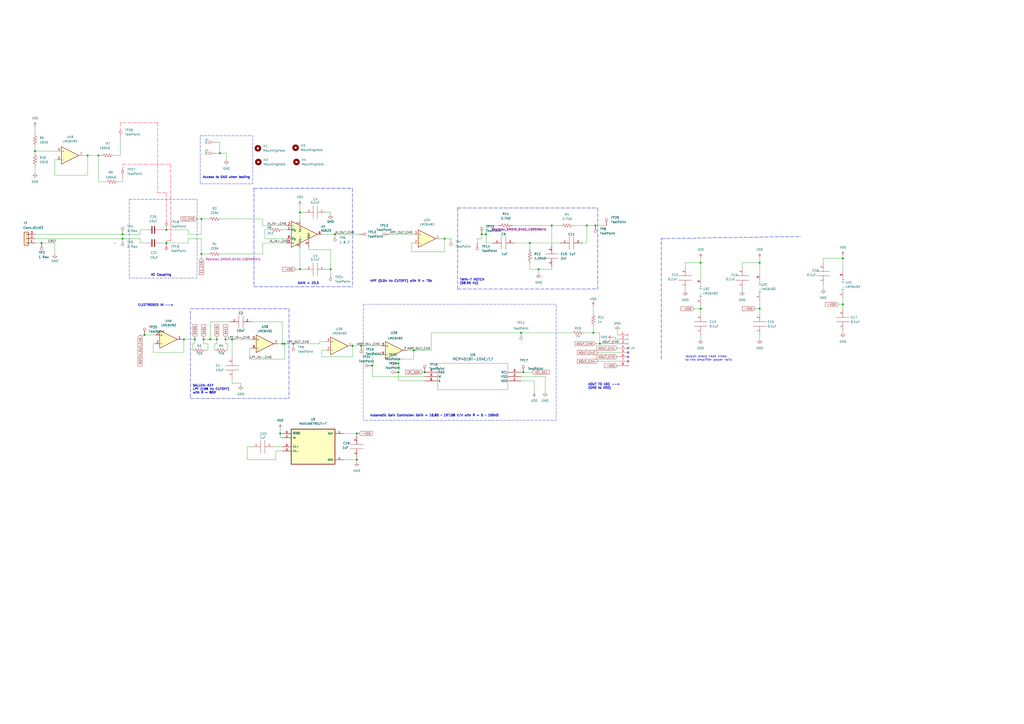
<source format=kicad_sch>
(kicad_sch (version 20231120) (generator "eeschema") (generator_version "8.0")
  (paper "A2")
  (lib_symbols
    (symbol "Amplifier_Instrumentation:AD620" (pin_names (offset 0.127))
      (property "Reference" "U" (at 3.81 7.62 0))
      (property "Value" "AD620" (at 5.08 5.08 0))
      (symbol "AD620_1_1"
        (pin passive line (at -10.16 2.54 0) (length 2.54) (name "Rg") (number "1"))
        (pin input line (at -10.16 5.08 0) (length 2.54) (name "-") (number "2"))
        (pin input line (at -10.16 -5.08 0) (length 2.54) (name "+") (number "3"))
        (pin power_in line (at -2.54 -7.62 90) (length 2.54) (name "Vs-") (number "4"))
        (pin passive line (at 2.54 -7.62 90) (length 5.08) (name "Ref") (number "5"))
        (pin output line (at 10.16 0 180) (length 2.54) (name "~") (number "6"))
        (pin power_in line (at -2.54 7.62 270) (length 2.54) (name "Vs+") (number "7"))
        (pin passive line (at -10.16 -2.54 0) (length 2.54) (name "Rg") (number "8"))
      )
    )
    (symbol "Amplifier_Operational:LMC6482" (pin_names (offset 0.127))
      (property "Reference" "U" (at 0 5.08 0))
      (property "Value" "LMC6482" (at 0 -5.08 0))
      (symbol "LMC6482_1_1"
        (pin output line (at 7.62 0 180) (length 2.54) (name "~") (number "1"))
        (pin input line (at -7.62 -2.54 0) (length 2.54) (name "-") (number "2"))
        (pin input line (at -7.62 2.54 0) (length 2.54) (name "+") (number "3"))
      )
      (symbol "LMC6482_2_1"
        (pin input line (at -7.62 2.54 0) (length 2.54) (name "+") (number "5"))
        (pin input line (at -7.62 -2.54 0) (length 2.54) (name "-") (number "6"))
        (pin output line (at 7.62 0 180) (length 2.54) (name "~") (number "7"))
      )
      (symbol "LMC6482_3_1"
        (pin power_in line (at -2.54 -7.62 90) (length 3.81) (name "V-") (number "4"))
        (pin power_in line (at -2.54 7.62 270) (length 3.81) (name "V+") (number "8"))
      )
    )
    (symbol "Connector:Conn_01x08_Female" (pin_names (offset 1.016) hide)
      (property "Reference" "J" (at 0 10.16 0))
      (property "Value" "Conn_01x08_Female" (at 0 -12.7 0))
      (symbol "Conn_01x08_Female_1_1"
        (pin passive line (at -5.08 7.62 0) (length 3.81) (name "Pin_1") (number "1"))
        (pin passive line (at -5.08 5.08 0) (length 3.81) (name "Pin_2") (number "2"))
        (pin passive line (at -5.08 2.54 0) (length 3.81) (name "Pin_3") (number "3"))
        (pin passive line (at -5.08 0 0) (length 3.81) (name "Pin_4") (number "4"))
        (pin passive line (at -5.08 -2.54 0) (length 3.81) (name "Pin_5") (number "5"))
        (pin passive line (at -5.08 -5.08 0) (length 3.81) (name "Pin_6") (number "6"))
        (pin passive line (at -5.08 -7.62 0) (length 3.81) (name "Pin_7") (number "7"))
        (pin passive line (at -5.08 -10.16 0) (length 3.81) (name "Pin_8") (number "8"))
      )
    )
    (symbol "Connector:TestPoint" (pin_numbers hide) (pin_names (offset 0.762) hide)
      (property "Reference" "TP" (at 0 6.858 0))
      (property "Value" "TestPoint" (at 0 5.08 0))
      (symbol "TestPoint_1_1"
        (pin passive line (at 0 0 90) (length 2.54) (name "1") (number "1"))
      )
    )
    (symbol "Connector_Generic:Conn_01x03" (pin_names (offset 1.016) hide)
      (property "Reference" "J" (at 0 5.08 0))
      (property "Value" "Conn_01x03" (at 0 -5.08 0))
      (symbol "Conn_01x03_1_1"
        (pin passive line (at -5.08 2.54 0) (length 3.81) (name "Pin_1") (number "1"))
        (pin passive line (at -5.08 0 0) (length 3.81) (name "Pin_2") (number "2"))
        (pin passive line (at -5.08 -2.54 0) (length 3.81) (name "Pin_3") (number "3"))
      )
    )
    (symbol "Device:C" (pin_numbers hide) (pin_names (offset 0.254))
      (property "Reference" "C" (at 0.635 2.54 0))
      (property "Value" "C" (at 0.635 -2.54 0))
      (symbol "C_1_1"
        (pin passive line (at 0 3.81 270) (length 2.794) (name "~") (number "1"))
        (pin passive line (at 0 -3.81 90) (length 2.794) (name "~") (number "2"))
      )
    )
    (symbol "Device:R_US" (pin_numbers hide) (pin_names (offset 0))
      (property "Reference" "R" (at 2.54 0 90))
      (property "Value" "R_US" (at -2.54 0 90))
      (symbol "R_US_1_1"
        (pin passive line (at 0 3.81 270) (length 1.27) (name "~") (number "1"))
        (pin passive line (at 0 -3.81 90) (length 1.27) (name "~") (number "2"))
      )
    )
    (symbol "GND_1" (power) (pin_numbers hide) (pin_names (offset 0) hide)
      (property "Value" "GND" (at 0 -3.81 0))
      (symbol "GND_1_1_1"
        (pin power_in line (at 0 0 270) (length 0) (name "~") (number "1"))
      )
    )
    (symbol "GND_2" (power) (pin_numbers hide) (pin_names (offset 0) hide)
      (property "Value" "GND" (at 0 -3.81 0))
      (symbol "GND_2_1_1"
        (pin power_in line (at 0 0 270) (length 0) (name "~") (number "1"))
      )
    )
    (symbol "MAX1697REUT_T:MAX1697REUT+T" (pin_names (offset 1.016))
      (property "Reference" "U" (at -12.7 11.16 0))
      (property "Value" "MAX1697REUT+T" (at -12.7 -14.16 0))
      (symbol "MAX1697REUT+T_0_0"
        (pin output line (at 17.78 7.62 180) (length 5.08) (name "OUT") (number "1"))
        (pin input line (at -17.78 5.08 0) (length 5.08) (name "IN") (number "2"))
        (pin bidirectional line (at -17.78 -2.54 0) (length 5.08) (name "C1-") (number "3"))
        (pin power_in line (at 17.78 -7.62 180) (length 5.08) (name "GND") (number "4"))
        (pin input line (at -17.78 7.62 0) (length 5.08) (name "~{SHDN}") (number "5"))
        (pin bidirectional line (at -17.78 0 0) (length 5.08) (name "C1+") (number "6"))
      )
    )
    (symbol "MCP4018T-104E/LT:MCP4018T-104E_LT" (pin_names (offset 0.254))
      (property "Reference" "U" (at 27.94 10.16 0))
      (property "Value" "MCP4018T-104E/LT" (at 27.94 7.62 0))
      (symbol "MCP4018T-104E_LT_0_1"
        (pin power_in line (at 0 0 0) (length 7.62) (name "VDD") (number "1"))
        (pin power_in line (at 0 -2.54 0) (length 7.62) (name "VSS") (number "2"))
        (pin bidirectional line (at 0 -5.08 0) (length 7.62) (name "SCL") (number "3"))
        (pin bidirectional line (at 55.88 -5.08 180) (length 7.62) (name "SDA") (number "4"))
        (pin bidirectional line (at 55.88 -2.54 180) (length 7.62) (name "W") (number "5"))
        (pin bidirectional line (at 55.88 0 180) (length 7.62) (name "A") (number "6"))
      )
    )
    (symbol "Mechanical:MountingHole" (pin_names (offset 1.016))
      (property "Reference" "H" (at 0 5.08 0))
      (property "Value" "MountingHole" (at 0 3.175 0))
    )
    (symbol "VDD_1" (power) (pin_numbers hide) (pin_names (offset 0) hide)
      (property "Value" "VDD" (at 0 3.556 0))
      (symbol "VDD_1_1_1"
        (pin power_in line (at 0 0 90) (length 0) (name "~") (number "1"))
      )
    )
    (symbol "VDD_2" (power) (pin_numbers hide) (pin_names (offset 0) hide)
      (property "Value" "VDD" (at 0 3.556 0))
      (symbol "VDD_2_1_1"
        (pin power_in line (at 0 0 90) (length 0) (name "~") (number "1"))
      )
    )
    (symbol "power:GND" (power) (pin_names (offset 0))
      (property "Value" "GND" (at 0 -3.81 0))
      (symbol "GND_1_1"
        (pin power_in line (at 0 0 270) (length 0) hide (name "GND") (number "1"))
      )
    )
    (symbol "power:VDD" (power) (pin_names (offset 0))
      (property "Value" "VDD" (at 0 3.81 0))
      (symbol "VDD_1_1"
        (pin power_in line (at 0 0 90) (length 0) hide (name "VDD") (number "1"))
      )
    )
    (symbol "pspice:C" (pin_names (offset 0.254))
      (property "Reference" "C" (at 2.54 3.81 90))
      (property "Value" "C" (at 2.54 -3.81 90))
      (symbol "C_1_1"
        (pin passive line (at 0 6.35 270) (length 5.08) (name "~") (number "1"))
        (pin passive line (at 0 -6.35 90) (length 5.08) (name "~") (number "2"))
      )
    )
  )
  (junction (at 50.8 90.17))
  (junction (at 20.32 87.63))
  (junction (at 57.15 90.17))
  (junction (at 116.84 127))
  (junction (at 170.18 199.39))
  (junction (at 204.47 200.66))
  (junction (at 312.42 156.21))
  (junction (at 209.55 200.66))
  (junction (at 281.94 135.89))
  (junction (at 406.4 152.4))
  (junction (at 163.83 199.39))
  (junction (at 347.98 199.39))
  (junction (at 127.5334 88.9))
  (junction (at 340.36 130.81))
  (junction (at 488.95 176.53))
  (junction (at 488.95 149.86))
  (junction (at 130.81 196.85))
  (junction (at 257.81 138.43))
  (junction (at 320.04 130.81))
  (junction (at 440.69 179.07))
  (junction (at 173.99 156.21))
  (junction (at 116.84 147.32))
  (junction (at 240.03 203.2))
  (junction (at 303.53 215.9))
  (junction (at 162.56 251.46))
  (junction (at 134.62 196.85))
  (junction (at 231.14 210.82))
  (junction (at 96.52 133.35))
  (junction (at 246.38 215.9))
  (junction (at 113.03 196.85))
  (junction (at 440.69 152.4))
  (junction (at 165.1 199.39))
  (junction (at 191.77 156.21))
  (junction (at 125.73 196.85))
  (junction (at 345.44 130.81))
  (junction (at 24.13 140.97))
  (junction (at 83.82 194.31))
  (junction (at 207.01 251.46))
  (junction (at 215.9 212.09))
  (junction (at 71.12 135.89))
  (junction (at 106.68 196.85))
  (junction (at 344.17 193.04))
  (junction (at 118.11 196.85))
  (junction (at 207.01 266.7))
  (junction (at 279.4 135.89))
  (junction (at 302.26 193.04))
  (junction (at 96.52 140.97))
  (junction (at 121.92 196.85))
  (junction (at 194.31 135.89))
  (junction (at 307.34 140.97))
  (junction (at 173.99 123.19))
  (junction (at 231.14 215.9))
  (junction (at 71.12 138.43))
  (junction (at 406.4 179.07))
  (no_connect (at 364.49 204.47))
  (no_connect (at 364.49 209.55))
  (no_connect (at 364.49 201.93))
  (no_connect (at 364.49 207.01))
  (wire (pts (xy 488.95 191.77) (xy 488.95 193.04)))
  (wire (pts (xy 194.31 135.89) (xy 208.28 135.89)))
  (wire (pts (xy 116.84 147.32) (xy 120.65 147.32)))
  (wire (pts (xy 165.1 199.39) (xy 170.18 199.39)))
  (wire (pts (xy 332.74 130.81) (xy 340.36 130.81)))
  (polyline (pts (xy 66.04 140.97) (xy 67.31 140.97)))
  (wire (pts (xy 163.83 186.69) (xy 163.83 199.39)))
  (wire (pts (xy 153.67 138.43) (xy 166.37 138.43)))
  (wire (pts (xy 139.7 222.25) (xy 139.7 223.52)))
  (wire (pts (xy 179.07 143.51) (xy 179.07 144.78)))
  (wire (pts (xy 116.84 127) (xy 120.65 127)))
  (wire (pts (xy 109.22 133.35) (xy 109.22 135.89)))
  (wire (pts (xy 215.9 212.09) (xy 215.9 205.74)))
  (wire (pts (xy 111.76 203.2) (xy 111.76 199.39)))
  (wire (pts (xy 20.32 140.97) (xy 24.13 140.97)))
  (wire (pts (xy 186.69 203.2) (xy 186.69 207.01)))
  (wire (pts (xy 163.83 199.39) (xy 165.1 199.39)))
  (wire (pts (xy 346.71 204.47) (xy 359.41 204.47)))
  (wire (pts (xy 131.3434 92.71) (xy 131.3434 88.9)))
  (wire (pts (xy 246.38 218.44) (xy 215.9 218.44)))
  (polyline (pts (xy 69.85 71.12) (xy 69.85 76.2)) (stroke (width 0.2032) (type dash) (color 255 36 63 1)))
  (wire (pts (xy 240.03 208.28) (xy 240.03 203.2)))
  (wire (pts (xy 124.46 199.39) (xy 124.46 203.2)))
  (wire (pts (xy 121.92 186.69) (xy 133.35 186.69)))
  (wire (pts (xy 171.45 156.21) (xy 173.99 156.21)))
  (wire (pts (xy 358.14 207.01) (xy 359.41 207.01)))
  (wire (pts (xy 307.34 156.21) (xy 312.42 156.21)))
  (wire (pts (xy 207.01 251.46) (xy 207.01 252.73)))
  (wire (pts (xy 204.47 200.66) (xy 204.47 207.01)))
  (polyline (pts (xy 167.64 179.07) (xy 167.64 231.14)) (stroke (width 0.2) (type dash)))
  (wire (pts (xy 279.4 135.89) (xy 281.94 135.89)))
  (polyline (pts (xy 265.43 120.65) (xy 346.71 120.65)) (stroke (width 0.2) (type dash)))
  (wire (pts (xy 143.51 259.08) (xy 143.51 266.7)))
  (wire (pts (xy 81.28 135.89) (xy 81.28 133.35)))
  (wire (pts (xy 130.81 195.58) (xy 130.81 196.85)))
  (wire (pts (xy 88.9 204.47) (xy 106.68 204.47)))
  (wire (pts (xy 118.11 196.85) (xy 121.92 196.85)))
  (wire (pts (xy 132.08 203.2) (xy 132.08 199.39)))
  (wire (pts (xy 50.8 101.6) (xy 50.8 90.17)))
  (wire (pts (xy 109.22 138.43) (xy 116.84 138.43)))
  (wire (pts (xy 238.76 146.05) (xy 257.81 146.05)))
  (wire (pts (xy 134.62 196.85) (xy 146.05 196.85)))
  (wire (pts (xy 246.38 215.9) (xy 245.11 215.9)))
  (wire (pts (xy 397.51 152.4) (xy 406.4 152.4)))
  (wire (pts (xy 226.06 135.89) (xy 240.03 135.89)))
  (wire (pts (xy 240.03 140.97) (xy 238.76 140.97)))
  (polyline (pts (xy 71.12 99.06) (xy 71.12 95.25)) (stroke (width 0.2032) (type dash) (color 255 36 63 1)))
  (wire (pts (xy 340.36 140.97) (xy 340.36 130.81)))
  (wire (pts (xy 81.28 133.35) (xy 85.09 133.35)))
  (wire (pts (xy 111.76 199.39) (xy 113.03 199.39)))
  (wire (pts (xy 488.95 179.07) (xy 488.95 176.53)))
  (polyline (pts (xy 91.44 71.12) (xy 91.44 111.76)) (stroke (width 0.2032) (type dash) (color 255 36 63 1)))
  (polyline (pts (xy 147.32 109.22) (xy 204.47 109.22)) (stroke (width 0.2) (type dash)))
  (wire (pts (xy 116.84 127) (xy 116.84 135.89)))
  (polyline (pts (xy 83.82 95.25) (xy 99.06 95.25)) (stroke (width 0.2032) (type dash) (color 255 36 63 1)))
  (wire (pts (xy 124.9934 82.55) (xy 127.5334 82.55)))
  (wire (pts (xy 81.28 140.97) (xy 85.09 140.97)))
  (wire (pts (xy 345.44 199.39) (xy 347.98 199.39)))
  (wire (pts (xy 231.14 210.82) (xy 231.14 208.28)))
  (wire (pts (xy 246.38 220.98) (xy 231.14 220.98)))
  (wire (pts (xy 96.52 133.35) (xy 109.22 133.35)))
  (wire (pts (xy 113.03 199.39) (xy 113.03 196.85)))
  (wire (pts (xy 120.65 203.2) (xy 120.65 199.39)))
  (wire (pts (xy 134.62 196.85) (xy 134.62 207.01)))
  (wire (pts (xy 307.34 140.97) (xy 325.12 140.97)))
  (polyline (pts (xy 110.49 179.07) (xy 167.64 179.07)) (stroke (width 0.2) (type dash)))
  (wire (pts (xy 71.12 138.43) (xy 81.28 138.43)))
  (wire (pts (xy 127.5334 88.9) (xy 124.9934 88.9)))
  (wire (pts (xy 406.4 149.86) (xy 406.4 152.4)))
  (wire (pts (xy 33.02 92.71) (xy 31.75 92.71)))
  (wire (pts (xy 109.22 135.89) (xy 116.84 135.89)))
  (wire (pts (xy 358.14 201.93) (xy 359.41 201.93)))
  (wire (pts (xy 109.22 140.97) (xy 109.22 138.43)))
  (wire (pts (xy 158.75 259.08) (xy 163.83 259.08)))
  (wire (pts (xy 312.42 156.21) (xy 320.04 156.21)))
  (wire (pts (xy 130.81 196.85) (xy 130.81 199.39)))
  (wire (pts (xy 173.99 123.19) (xy 176.53 123.19)))
  (wire (pts (xy 152.4 147.32) (xy 152.4 140.97)))
  (wire (pts (xy 302.26 218.44) (xy 316.23 218.44)))
  (wire (pts (xy 152.4 130.81) (xy 166.37 130.81)))
  (wire (pts (xy 344.17 177.8) (xy 344.17 181.61)))
  (polyline (pts (xy 96.52 139.7) (xy 96.52 144.78)) (stroke (width 0.2032) (type dash) (color 255 36 63 1)))
  (wire (pts (xy 127.5334 82.55) (xy 127.5334 88.9)))
  (wire (pts (xy 134.62 219.71) (xy 134.62 222.25)))
  (wire (pts (xy 307.34 140.97) (xy 307.34 144.78)))
  (wire (pts (xy 125.73 199.39) (xy 125.73 196.85)))
  (wire (pts (xy 50.8 90.17) (xy 57.15 90.17)))
  (polyline (pts (xy 147.32 109.22) (xy 147.32 166.37)) (stroke (width 0.2) (type dash)))
  (wire (pts (xy 307.34 152.4) (xy 307.34 156.21)))
  (wire (pts (xy 438.15 179.07) (xy 440.69 179.07)))
  (wire (pts (xy 204.47 200.66) (xy 209.55 200.66)))
  (wire (pts (xy 83.82 194.31) (xy 90.17 194.31)))
  (wire (pts (xy 257.81 138.43) (xy 261.62 138.43)))
  (wire (pts (xy 199.39 266.7) (xy 207.01 266.7)))
  (polyline (pts (xy 96.52 129.54) (xy 96.52 111.76)) (stroke (width 0.2032) (type dash) (color 255 36 63 1)))
  (wire (pts (xy 231.14 215.9) (xy 231.14 210.82)))
  (wire (pts (xy 20.32 138.43) (xy 71.12 138.43)))
  (polyline (pts (xy 383.54 138.43) (xy 464.82 137.16)) (stroke (width 0.2) (type dash)))
  (wire (pts (xy 358.14 194.31) (xy 359.41 194.31)))
  (wire (pts (xy 81.28 194.31) (xy 83.82 194.31)))
  (wire (pts (xy 285.75 140.97) (xy 281.94 140.97)))
  (polyline (pts (xy 99.06 95.25) (xy 99.06 139.7)) (stroke (width 0.2032) (type dash) (color 255 36 63 1)))
  (wire (pts (xy 57.15 90.17) (xy 57.15 105.41)))
  (wire (pts (xy 105.41 196.85) (xy 106.68 196.85)))
  (polyline (pts (xy 147.32 166.37) (xy 204.47 166.37)) (stroke (width 0.2) (type dash)))
  (wire (pts (xy 309.88 220.98) (xy 309.88 227.33)))
  (polyline (pts (xy 110.49 180.34) (xy 110.49 231.14)) (stroke (width 0.2) (type dash)))
  (wire (pts (xy 162.56 248.92) (xy 162.56 251.46)))
  (wire (pts (xy 50.8 90.17) (xy 48.26 90.17)))
  (wire (pts (xy 320.04 130.81) (xy 320.04 142.24)))
  (wire (pts (xy 20.32 87.63) (xy 33.02 87.63)))
  (wire (pts (xy 69.85 80.01) (xy 69.85 90.17)))
  (wire (pts (xy 440.69 194.31) (xy 440.69 196.85)))
  (wire (pts (xy 146.05 259.08) (xy 143.51 259.08)))
  (wire (pts (xy 92.71 140.97) (xy 96.52 140.97)))
  (wire (pts (xy 152.4 140.97) (xy 166.37 140.97)))
  (wire (pts (xy 161.29 199.39) (xy 163.83 199.39)))
  (wire (pts (xy 130.81 196.85) (xy 134.62 196.85)))
  (wire (pts (xy 20.32 87.63) (xy 20.32 88.9)))
  (wire (pts (xy 144.78 208.28) (xy 144.78 201.93)))
  (wire (pts (xy 320.04 130.81) (xy 325.12 130.81)))
  (wire (pts (xy 128.27 127) (xy 152.4 127)))
  (wire (pts (xy 128.27 147.32) (xy 152.4 147.32)))
  (wire (pts (xy 163.83 254) (xy 162.56 254)))
  (polyline (pts (xy 99.06 139.7) (xy 96.52 139.7)) (stroke (width 0.2032) (type dash) (color 255 36 63 1)))
  (wire (pts (xy 302.26 193.04) (xy 331.47 193.04)))
  (wire (pts (xy 236.22 203.2) (xy 240.03 203.2)))
  (wire (pts (xy 359.41 196.85) (xy 356.87 196.85)))
  (wire (pts (xy 121.92 196.85) (xy 125.73 196.85)))
  (wire (pts (xy 298.45 140.97) (xy 307.34 140.97)))
  (wire (pts (xy 191.77 123.19) (xy 191.77 124.46)))
  (wire (pts (xy 257.81 138.43) (xy 255.27 138.43)))
  (wire (pts (xy 430.53 152.4) (xy 440.69 152.4)))
  (polyline (pts (xy 383.54 208.28) (xy 383.54 138.43)) (stroke (width 0.2) (type dash)))
  (wire (pts (xy 165.1 208.28) (xy 165.1 199.39)))
  (wire (pts (xy 71.12 102.87) (xy 71.12 105.41)))
  (wire (pts (xy 125.73 195.58) (xy 125.73 196.85)))
  (wire (pts (xy 191.77 144.78) (xy 191.77 156.21)))
  (wire (pts (xy 173.99 143.51) (xy 173.99 156.21)))
  (wire (pts (xy 486.41 176.53) (xy 488.95 176.53)))
  (wire (pts (xy 406.4 152.4) (xy 406.4 161.29)))
  (wire (pts (xy 440.69 149.86) (xy 440.69 152.4)))
  (wire (pts (xy 312.42 156.21) (xy 312.42 158.75)))
  (wire (pts (xy 337.82 140.97) (xy 340.36 140.97)))
  (wire (pts (xy 339.09 193.04) (xy 344.17 193.04)))
  (wire (pts (xy 116.84 147.32) (xy 116.84 149.86)))
  (wire (pts (xy 96.52 140.97) (xy 109.22 140.97)))
  (wire (pts (xy 119.38 203.2) (xy 120.65 203.2)))
  (wire (pts (xy 358.14 191.77) (xy 358.14 194.31)))
  (wire (pts (xy 345.44 130.81) (xy 351.79 130.81)))
  (wire (pts (xy 347.98 193.04) (xy 347.98 199.39)))
  (wire (pts (xy 477.52 149.86) (xy 488.95 149.86)))
  (wire (pts (xy 156.21 133.35) (xy 153.67 133.35)))
  (wire (pts (xy 163.83 251.46) (xy 162.56 251.46)))
  (wire (pts (xy 302.26 215.9) (xy 303.53 215.9)))
  (wire (pts (xy 88.9 199.39) (xy 88.9 204.47)))
  (wire (pts (xy 207.01 251.46) (xy 208.28 251.46)))
  (wire (pts (xy 356.87 195.58) (xy 356.87 196.85)))
  (wire (pts (xy 397.51 154.94) (xy 397.51 152.4)))
  (wire (pts (xy 279.4 138.43) (xy 279.4 135.89)))
  (wire (pts (xy 488.95 148.59) (xy 488.95 149.86)))
  (wire (pts (xy 189.23 156.21) (xy 191.77 156.21)))
  (wire (pts (xy 81.28 138.43) (xy 81.28 140.97)))
  (polyline (pts (xy 265.43 167.64) (xy 346.71 167.64)) (stroke (width 0.2) (type dash)))
  (wire (pts (xy 68.58 105.41) (xy 71.12 105.41)))
  (polyline (pts (xy 346.71 120.65) (xy 346.71 167.64)) (stroke (width 0.2) (type dash)))
  (wire (pts (xy 132.08 199.39) (xy 130.81 199.39)))
  (wire (pts (xy 121.92 186.69) (xy 121.92 196.85)))
  (wire (pts (xy 92.71 133.35) (xy 96.52 133.35)))
  (wire (pts (xy 143.51 266.7) (xy 160.02 266.7)))
  (wire (pts (xy 199.39 251.46) (xy 207.01 251.46)))
  (wire (pts (xy 144.78 201.93) (xy 146.05 201.93)))
  (wire (pts (xy 131.3434 88.9) (xy 127.5334 88.9)))
  (wire (pts (xy 57.15 90.17) (xy 58.42 90.17)))
  (wire (pts (xy 173.99 123.19) (xy 173.99 128.27)))
  (wire (pts (xy 31.75 140.97) (xy 31.75 147.32)))
  (wire (pts (xy 189.23 203.2) (xy 186.69 203.2)))
  (wire (pts (xy 430.53 167.64) (xy 430.53 168.91)))
  (wire (pts (xy 134.62 222.25) (xy 139.7 222.25)))
  (wire (pts (xy 344.17 193.04) (xy 344.17 189.23)))
  (wire (pts (xy 207.01 266.7) (xy 207.01 267.97)))
  (wire (pts (xy 257.81 146.05) (xy 257.81 138.43)))
  (wire (pts (xy 276.86 138.43) (xy 276.86 140.97)))
  (wire (pts (xy 302.26 220.98) (xy 309.88 220.98)))
  (wire (pts (xy 215.9 218.44) (xy 215.9 212.09)))
  (wire (pts (xy 204.47 199.39) (xy 204.47 200.66)))
  (wire (pts (xy 116.84 138.43) (xy 116.84 147.32)))
  (wire (pts (xy 320.04 156.21) (xy 320.04 154.94)))
  (polyline (pts (xy 265.43 120.65) (xy 265.43 167.64)) (stroke (width 0.2) (type dash)))
  (wire (pts (xy 240.03 203.2) (xy 250.19 203.2)))
  (wire (pts (xy 144.78 208.28) (xy 165.1 208.28)))
  (wire (pts (xy 238.76 140.97) (xy 238.76 146.05)))
  (wire (pts (xy 186.69 207.01) (xy 204.47 207.01)))
  (wire (pts (xy 173.99 119.38) (xy 173.99 123.19)))
  (wire (pts (xy 477.52 165.1) (xy 477.52 167.64)))
  (wire (pts (xy 191.77 156.21) (xy 191.77 158.75)))
  (wire (pts (xy 118.11 196.85) (xy 118.11 199.39)))
  (wire (pts (xy 31.75 101.6) (xy 50.8 101.6)))
  (wire (pts (xy 118.11 195.58) (xy 118.11 196.85)))
  (wire (pts (xy 106.68 196.85) (xy 113.03 196.85)))
  (wire (pts (xy 209.55 200.66) (xy 220.98 200.66)))
  (wire (pts (xy 406.4 194.31) (xy 406.4 196.85)))
  (wire (pts (xy 488.95 149.86) (xy 488.95 157.48)))
  (wire (pts (xy 120.65 199.39) (xy 118.11 199.39)))
  (wire (pts (xy 31.75 92.71) (xy 31.75 101.6)))
  (wire (pts (xy 231.14 208.28) (xy 240.03 208.28)))
  (wire (pts (xy 185.42 198.12) (xy 189.23 198.12)))
  (wire (pts (xy 71.12 135.89) (xy 81.28 135.89)))
  (wire (pts (xy 281.94 130.81) (xy 281.94 135.89)))
  (wire (pts (xy 173.99 156.21) (xy 176.53 156.21)))
  (wire (pts (xy 185.42 199.39) (xy 185.42 198.12)))
  (wire (pts (xy 153.67 133.35) (xy 153.67 138.43)))
  (wire (pts (xy 430.53 154.94) (xy 430.53 152.4)))
  (wire (pts (xy 160.02 266.7) (xy 160.02 261.62)))
  (wire (pts (xy 20.32 85.09) (xy 20.32 87.63)))
  (wire (pts (xy 114.3 127) (xy 116.84 127)))
  (wire (pts (xy 281.94 135.89) (xy 281.94 140.97)))
  (wire (pts (xy 215.9 205.74) (xy 220.98 205.74)))
  (wire (pts (xy 24.13 140.97) (xy 31.75 140.97)))
  (polyline (pts (xy 96.52 111.76) (xy 91.44 111.76)) (stroke (width 0.2032) (type dash) (color 255 36 63 1)))
  (wire (pts (xy 297.18 130.81) (xy 320.04 130.81)))
  (wire (pts (xy 477.52 152.4) (xy 477.52 149.86)))
  (wire (pts (xy 344.17 193.04) (xy 347.98 193.04)))
  (wire (pts (xy 440.69 152.4) (xy 440.69 158.75)))
  (wire (pts (xy 316.23 218.44) (xy 316.23 227.33)))
  (polyline (pts (xy 204.47 109.22) (xy 204.47 166.37)) (stroke (width 0.2) (type dash)))
  (wire (pts (xy 406.4 176.53) (xy 406.4 179.07)))
  (wire (pts (xy 440.69 173.99) (xy 440.69 179.07)))
  (wire (pts (xy 279.4 138.43) (xy 276.86 138.43)))
  (wire (pts (xy 57.15 105.41) (xy 60.96 105.41)))
  (polyline (pts (xy 110.49 231.14) (xy 167.64 231.14)) (stroke (width 0.2) (type dash)))
  (wire (pts (xy 440.69 179.07) (xy 440.69 181.61)))
  (wire (pts (xy 406.4 179.07) (xy 406.4 181.61)))
  (wire (pts (xy 346.71 209.55) (xy 359.41 209.55)))
  (wire (pts (xy 106.68 204.47) (xy 106.68 196.85)))
  (wire (pts (xy 20.32 135.89) (xy 71.12 135.89)))
  (wire (pts (xy 359.41 199.39) (xy 347.98 199.39)))
  (wire (pts (xy 250.19 193.04) (xy 250.19 203.2)))
  (wire (pts (xy 488.95 172.72) (xy 488.95 176.53)))
  (wire (pts (xy 90.17 199.39) (xy 88.9 199.39)))
  (wire (pts (xy 356.87 195.58) (xy 355.6 195.58)))
  (wire (pts (xy 162.56 254) (xy 162.56 251.46)))
  (wire (pts (xy 113.03 195.58) (xy 113.03 196.85)))
  (wire (pts (xy 231.14 220.98) (xy 231.14 215.9)))
  (wire (pts (xy 207.01 266.7) (xy 207.01 265.43)))
  (wire (pts (xy 186.69 135.89) (xy 194.31 135.89)))
  (wire (pts (xy 125.73 199.39) (xy 124.46 199.39)))
  (wire (pts (xy 146.05 186.69) (xy 163.83 186.69)))
  (wire (pts (xy 402.59 179.07) (xy 406.4 179.07)))
  (polyline (pts (xy 71.12 95.25) (xy 83.82 95.25)) (stroke (width 0.2032) (type dash) (color 255 36 63 1)))
  (wire (pts (xy 20.32 77.47) (xy 20.32 73.66)))
  (wire (pts (xy 397.51 167.64) (xy 397.51 168.91)))
  (wire (pts (xy 170.18 199.39) (xy 185.42 199.39)))
  (polyline (pts (xy 91.44 71.12) (xy 69.85 71.12)) (stroke (width 0.2032) (type dash) (color 255 36 63 1)))
  (wire (pts (xy 179.07 144.78) (xy 191.77 144.78)))
  (wire (pts (xy 152.4 127) (xy 152.4 130.81)))
  (wire (pts (xy 66.04 90.17) (xy 69.85 90.17)))
  (wire (pts (xy 250.19 193.04) (xy 302.26 193.04)))
  (wire (pts (xy 160.02 261.62) (xy 163.83 261.62)))
  (wire (pts (xy 281.94 130.81) (xy 289.56 130.81)))
  (wire (pts (xy 189.23 123.19) (xy 191.77 123.19)))
  (wire (pts (xy 303.53 215.9) (xy 308.61 215.9)))
  (wire (pts (xy 358.14 212.09) (xy 359.41 212.09)))
  (wire (pts (xy 163.83 133.35) (xy 166.37 133.35)))
  (wire (pts (xy 20.32 96.52) (xy 20.32 100.33)))
  (wire (pts (xy 340.36 130.81) (xy 345.44 130.81)))
  (rectangle (start 210.82 176.53) (end 322.58 243.84) (stroke (width 0) (type dash)))
  (rectangle (start 116.1034 78.74) (end 146.5834 106.68) (stroke (width 0) (type dash)))
  (rectangle (start 74.93 115.57) (end 114.3 161.29) (stroke (width 0) (type dash)))
  (text "GAIN = 23.5" (at 172.72 165.1 0) (effects (font (size 1.27 1.27) (thickness 0.254) (bold yes)) (justify left bottom)))
  (text "TWIN-T NOTCH\n(58.95 Hz)" (at 266.7 165.1 0) (effects (font (size 1.27 1.27) (thickness 0.254) (bold yes)) (justify left bottom)))
  (text "layout: place caps close \nto the amplifier power rails" (at 397.51 209.55 0) (effects (font (size 1.27 1.27)) (justify left bottom)))
  (text "AC Coupling\n" (at 93.472 159.512 0) (effects (font (size 1.27 1.27) (thickness 0.254) (bold yes))))
  (text "HPF (0.04 Hz CUTOFF) with R = 75k" (at 214.63 163.83 0) (effects (font (size 1.27 1.27) (thickness 0.254) (bold yes)) (justify left bottom)))
  (text "Automatic Gain Controller: GAIN = 10.80 ~ 197.08 V/V with R = 5 ~ 100kΩ" (at 214.63 241.808 0) (effects (font (size 1.27 1.27) (thickness 0.254) (bold yes)) (justify left bottom)))
  (text "Access to GND when testing\n" (at 131.3434 102.87 0) (effects (font (size 1.27 1.27) (thickness 0.254) (bold yes))))
  (text "SALLEN-KEY\nLPF (198 Hz CUTOFF)\nwith R = 80R" (at 111.76 228.6 0) (effects (font (size 1.27 1.27) (thickness 0.254) (bold yes)) (justify left bottom)))
  (text "ELECTRODES IN -->" (at 80.01 177.8 0) (effects (font (size 1.27 1.27) (thickness 0.254) (bold yes)) (justify left bottom)))
  (text "AOUT TO ADC -->\n(GND to VDD)" (at 341.122 225.806 0) (effects (font (size 1.27 1.27) (thickness 0.254) (bold yes)) (justify left bottom)))
  (label "AOUT_CH0" (at 349.25 199.39 0))
  (label "LPF_OUT_CH0" (at 166.37 199.39 0))
  (label "EREF" (at 27.94 140.97 0))
  (label "IA_OUT_CH0" (at 194.31 135.89 0))
  (label "HPF_OUT_CH0" (at 226.06 135.89 0))
  (label "IA_IN-_CH0" (at 154.94 130.81 0))
  (label "LPF_IN+_CH0" (at 132.08 196.85 0))
  (label "IA_IN+_CH0" (at 156.21 140.97 0))
  (label "LPF_IN-_CH0" (at 144.78 208.28 0))
  (label "AMP_IN+_CH0" (at 207.01 200.66 0))
  (label "AMP_OUT_CH0" (at 236.22 203.2 0))
  (global_label "SK10" (shape input) (at 125.73 195.58 90) (property "Intersheetrefs" "${INTERSHEET_REFS}" (effects (hide yes))))
  (global_label "AOUT_CH3" (shape input) (at 358.14 207.01 180) (property "Intersheetrefs" "${INTERSHEET_REFS}" (effects (hide yes))))
  (global_label "NOTCH_OUT_CH0" (shape input) (at 81.28 194.31 270) (property "Intersheetrefs" "${INTERSHEET_REFS}" (effects (hide yes))))
  (global_label "-VDD" (shape input) (at 402.59 179.07 180) (property "Intersheetrefs" "${INTERSHEET_REFS}" (effects (hide yes))))
  (global_label "E1_CH0" (shape input) (at 116.84 149.86 270) (property "Intersheetrefs" "${INTERSHEET_REFS}" (effects (hide yes))))
  (global_label "-VDD" (shape input) (at 358.14 212.09 180) (property "Intersheetrefs" "${INTERSHEET_REFS}" (effects (hide yes))))
  (global_label "-VDD" (shape input) (at 486.41 176.53 180) (property "Intersheetrefs" "${INTERSHEET_REFS}" (effects (hide yes))))
  (global_label "-VDD" (shape input) (at 208.28 251.46 0) (property "Intersheetrefs" "${INTERSHEET_REFS}" (effects (hide yes))))
  (global_label "AOUT_CH4" (shape input) (at 346.71 209.55 180) (property "Intersheetrefs" "${INTERSHEET_REFS}" (effects (hide yes))))
  (global_label "E2_CH0" (shape input) (at 114.3 127 180) (property "Intersheetrefs" "${INTERSHEET_REFS}" (effects (hide yes))))
  (global_label "I2C_SDA" (shape input) (at 245.11 215.9 180) (property "Intersheetrefs" "${INTERSHEET_REFS}" (effects (hide yes))))
  (global_label "I2C_SCL" (shape input) (at 308.61 215.9 0) (property "Intersheetrefs" "${INTERSHEET_REFS}" (effects (hide yes))))
  (global_label "-VDD" (shape input) (at 438.15 179.07 180) (property "Intersheetrefs" "${INTERSHEET_REFS}" (effects (hide yes))))
  (global_label "SK11" (shape input) (at 130.81 195.58 90) (property "Intersheetrefs" "${INTERSHEET_REFS}" (effects (hide yes))))
  (global_label "SK00" (shape input) (at 113.03 195.58 90) (property "Intersheetrefs" "${INTERSHEET_REFS}" (effects (hide yes))))
  (global_label "AOUT_CH2" (shape input) (at 346.71 204.47 180) (property "Intersheetrefs" "${INTERSHEET_REFS}" (effects (hide yes))))
  (global_label "SK01" (shape input) (at 118.11 195.58 90) (property "Intersheetrefs" "${INTERSHEET_REFS}" (effects (hide yes))))
  (global_label "-VDD" (shape input) (at 171.45 156.21 180) (property "Intersheetrefs" "${INTERSHEET_REFS}" (effects (hide yes))))
  (global_label "AOUT_CH0" (shape input) (at 345.44 199.39 180) (property "Intersheetrefs" "${INTERSHEET_REFS}" (effects (hide yes))))
  (global_label "AOUT_CH1" (shape input) (at 358.14 201.93 180) (property "Intersheetrefs" "${INTERSHEET_REFS}" (effects (hide yes))))
  (symbol (lib_id "pspice:C") (at 182.88 123.19 270) (unit 1)
    (property "Reference" "C4" (at 182.88 115.57 90))
    (property "Value" "0.1uF" (at 182.88 117.475 90))
    (property "Footprint" "Capacitor_SMD:C_0402_1005Metric" (effects (hide yes)))
  )
  (symbol (lib_id "Connector:TestPoint") (at 69.85 80.01 0) (unit 1)
    (property "Reference" "TP26" (at 72.39 75.4379 0) (effects (justify left)))
    (property "Value" "TestPoint" (at 72.39 77.9779 0) (effects (justify left)))
    (property "Footprint" "NT@B:TP420X150 (TestPointAGC)" (effects (hide yes)))
    (property "Description" "test point" (effects (hide yes)))
  )
  (symbol (lib_id "pspice:C") (at 152.4 259.08 90) (unit 1)
    (property "Reference" "C22" (at 150.9268 251.6632 90) (effects (justify right)))
    (property "Value" "1uF" (at 150.6728 253.7968 90) (effects (justify right)))
    (property "Footprint" "Capacitor_SMD:C_0402_1005Metric" (effects (hide yes)))
  )
  (symbol (lib_id "Mechanical:MountingHole") (at 171.9834 93.98 0) (unit 1)
    (property "Reference" "H4" (at 174.8536 92.7099 0) (effects (justify left)))
    (property "Value" "MountingHole" (at 174.8536 95.2499 0) (effects (justify left)))
    (property "Footprint" "MountingHole:MountingHole_2.2mm_M2" (effects (hide yes)))
  )
  (symbol (lib_id "Connector:TestPoint") (at 303.53 215.9 0) (unit 1)
    (property "Reference" "TP17" (at 301.498 209.042 0) (effects (justify left)))
    (property "Value" "TestPoint" (at 306.07 213.8679 0) (effects (justify left)))
    (property "Footprint" "NT@B:TP420X150 (TestPointAGC)" (effects (hide yes)))
    (property "Description" "test point" (effects (hide yes)))
  )
  (symbol (lib_id "power:GND") (at 312.42 158.75 0) (unit 1)
    (property "Reference" "#PWR011" (effects (hide yes)))
    (property "Value" "GND" (at 312.42 163.83 0))
  )
  (symbol (lib_id "power:VDD") (at 355.6 195.58 90) (unit 1)
    (property "Reference" "#PWR0101" (effects (hide yes)))
    (property "Value" "VDD" (at 352.3742 195.5799 90) (effects (justify left)))
  )
  (symbol (lib_id "Amplifier_Operational:LMC6482") (at 443.23 166.37 0) (unit 3)
    (property "Reference" "U2" (at 441.325 165.0999 0) (effects (justify left)))
    (property "Value" "LMC6492" (at 441.325 167.6399 0) (effects (justify left)))
    (property "Footprint" "NT@B:LMC6492AEMXNOPB" (effects (hide yes)))
    (property "Datasheet" "http://www.ti.com/lit/ds/symlink/lmc6482.pdf" (effects (hide yes)))
  )
  (symbol (lib_name "GND_2") (lib_id "power:GND") (at 20.32 100.33 0) (unit 1)
    (property "Reference" "#PWR06" (effects (hide yes)))
    (property "Value" "GND" (at 20.32 105.41 0))
    (property "Description" "Power symbol creates a global label with name \"GND\" , ground" (effects (hide yes)))
  )
  (symbol (lib_id "Connector:Conn_01x08_Female") (at 364.49 201.93 0) (unit 1)
    (property "Reference" "J4" (at 365.8108 201.9299 0) (effects (justify left)))
    (property "Value" "Conn_01x08_Female" (effects (hide yes)))
    (property "Footprint" "Connector_PinHeader_1.27mm:PinHeader_1x08_P1.27mm_Vertical" (effects (hide yes)))
  )
  (symbol (lib_name "GND_1") (lib_id "power:GND") (at 316.23 227.33 0) (unit 1)
    (property "Reference" "#PWR03" (effects (hide yes)))
    (property "Value" "GND" (at 316.23 232.41 0))
    (property "Description" "Power symbol creates a global label with name \"GND\" , ground" (effects (hide yes)))
  )
  (symbol (lib_id "pspice:C") (at 139.7 186.69 90) (unit 1)
    (property "Reference" "C2" (at 139.7 181.61 90))
    (property "Value" "10uF" (at 139.7 191.77 90))
    (property "Footprint" "Capacitor_SMD:C_0402_1005Metric" (effects (hide yes)))
  )
  (symbol (lib_id "Connector:TestPoint") (at 209.55 200.66 180) (unit 1)
    (property "Reference" "TP10" (at 212.09 202.6919 0) (effects (justify right)))
    (property "Value" "TestPoint" (at 212.09 205.2319 0) (effects (justify right)))
    (property "Footprint" "NT@B:TP420X150 (TestPointAGC)" (effects (hide yes)))
    (property "Description" "test point" (effects (hide yes)))
  )
  (symbol (lib_id "Connector:TestPoint") (at 71.12 135.89 0) (unit 1)
    (property "Reference" "TP4" (at 73.66 131.3179 0) (effects (justify left)))
    (property "Value" "3 Raw" (at 73.66 133.8579 0) (effects (justify left)))
    (property "Footprint" "NT@B:TP420X150 (TestPointAGC)" (effects (hide yes)))
    (property "Description" "test point" (effects (hide yes)))
  )
  (symbol (lib_id "pspice:C") (at 320.04 148.59 180) (unit 1)
    (property "Reference" "C10" (at 325.12 147.3199 0) (effects (justify right)))
    (property "Value" "2uF" (at 325.12 149.86 0) (effects (justify right)))
    (property "Footprint" "Capacitor_SMD:C_2220_5750Metric" (effects (hide yes)))
  )
  (symbol (lib_id "power:VDD") (at 162.56 248.92 0) (unit 1)
    (property "Reference" "#PWR0102" (effects (hide yes)))
    (property "Value" "VDD" (at 162.56 243.84 0))
  )
  (symbol (lib_id "MCP4018T-104E/LT:MCP4018T-104E_LT") (at 302.26 220.98 180) (unit 1)
    (property "Reference" "U6" (at 274.32 205.74 0) (effects (font (size 1.524 1.524))))
    (property "Value" "MCP4018T-104E/LT" (at 274.32 208.28 0) (effects (font (size 1.524 1.524))))
    (property "Footprint" "DigiPot_1:MCP4018T-104ELT" (effects (hide yes)))
    (property "Datasheet" "MCP4018T-104E/LT" (effects (hide yes)))
  )
  (symbol (lib_id "Device:R_US") (at 160.02 133.35 270) (unit 1)
    (property "Reference" "R8" (at 156.21 132.08 90))
    (property "Value" "2k2" (at 156.845 135.255 90))
    (property "Footprint" "Resistor_SMD:R_0402_1005Metric" (effects (hide yes)))
  )
  (symbol (lib_id "power:VDD") (at 173.99 119.38 0) (unit 1)
    (property "Reference" "#PWR04" (effects (hide yes)))
    (property "Value" "VDD" (at 173.99 114.3 0))
  )
  (symbol (lib_id "Connector:TestPoint") (at 170.18 199.39 180) (unit 1)
    (property "Reference" "TP9" (at 172.72 201.4219 0) (effects (justify right)))
    (property "Value" "TestPoint" (at 172.72 203.9619 0) (effects (justify right)))
    (property "Footprint" "NT@B:TP420X150 (TestPointAGC)" (effects (hide yes)))
    (property "Description" "test point" (effects (hide yes)))
  )
  (symbol (lib_id "pspice:C") (at 331.47 140.97 90) (unit 1)
    (property "Reference" "C11" (at 331.47 135.89 90))
    (property "Value" "1uF" (at 332.105 147.32 90))
    (property "Footprint" "Capacitor_SMD:C_0402_1005Metric" (effects (hide yes)))
  )
  (symbol (lib_id "Device:R_US") (at 328.93 130.81 270) (unit 1)
    (property "Reference" "R4" (at 328.93 124.46 90))
    (property "Value" "2.7kΩ" (at 328.93 127 90))
    (property "Footprint" "Resistor_SMD:R_0402_1005Metric" (effects (hide yes)))
  )
  (symbol (lib_id "pspice:C") (at 397.51 161.29 180) (unit 1)
    (property "Reference" "C12" (at 389.509 159.385 0) (effects (justify right)))
    (property "Value" "0.1uF" (at 387.35 161.925 0) (effects (justify right)))
    (property "Footprint" "Capacitor_SMD:C_0402_1005Metric" (effects (hide yes)))
  )
  (symbol (lib_id "Connector:TestPoint") (at 96.52 133.35 0) (unit 1)
    (property "Reference" "TP18" (at 99.06 128.7779 0) (effects (justify left)))
    (property "Value" "TestPoint" (at 99.06 131.3179 0) (effects (justify left)))
    (property "Footprint" "NT@B:TP420X150 (TestPointAGC)" (effects (hide yes)))
    (property "Description" "test point" (effects (hide yes)))
  )
  (symbol (lib_id "Device:R_US") (at 20.32 81.28 0) (unit 1)
    (property "Reference" "R6" (at 22.86 80.01 0) (effects (justify left)))
    (property "Value" "10kΩ" (at 22.86 82.5499 0) (effects (justify left)))
    (property "Footprint" "Resistor_SMD:R_0402_1005Metric" (effects (hide yes)))
    (property "Description" "Resistor, US symbol" (effects (hide yes)))
  )
  (symbol (lib_id "Amplifier_Operational:LMC6482") (at 408.94 168.91 0) (unit 3)
    (property "Reference" "U3" (at 407.67 167.6399 0) (effects (justify left)))
    (property "Value" "LMC6492" (at 407.67 170.1799 0) (effects (justify left)))
    (property "Footprint" "NT@B:LMC6492AEMXNOPB" (effects (hide yes)))
    (property "Datasheet" "http://www.ti.com/lit/ds/symlink/lmc6482.pdf" (effects (hide yes)))
  )
  (symbol (lib_id "Amplifier_Operational:LMC6482") (at 40.64 90.17 0) (unit 2)
    (property "Reference" "U4" (at 40.64 79.4004 0))
    (property "Value" "LMC6492" (at 40.64 81.9404 0))
    (property "Footprint" "NT@B:LMC6492AEMXNOPB" (effects (hide yes)))
    (property "Datasheet" "http://www.ti.com/lit/ds/symlink/lmc6482.pdf" (effects (hide yes)))
  )
  (symbol (lib_id "pspice:C") (at 406.4 187.96 180) (unit 1)
    (property "Reference" "C13" (at 411.48 186.6899 0) (effects (justify right)))
    (property "Value" "0.1uF" (at 411.48 189.2299 0) (effects (justify right)))
    (property "Footprint" "Capacitor_SMD:C_0402_1005Metric" (effects (hide yes)))
  )
  (symbol (lib_id "Device:R_US") (at 293.37 130.81 270) (unit 1)
    (property "Reference" "R14" (at 293.37 124.079 90))
    (property "Value" "2.7kΩ" (at 293.37 126.619 90))
    (property "Footprint" "Resistor_SMD:R_0402_1005Metric" (at 301.117 133.0452 90))
  )
  (symbol (lib_name "VDD_1") (lib_id "power:VDD") (at 309.88 227.33 180) (unit 1)
    (property "Reference" "#PWR08" (effects (hide yes)))
    (property "Value" "VDD" (at 309.88 232.41 0))
    (property "Description" "Power symbol creates a global label with name \"VDD\"" (effects (hide yes)))
  )
  (symbol (lib_id "power:GND") (at 477.52 167.64 0) (unit 1)
    (property "Reference" "#PWR020" (effects (hide yes)))
    (property "Value" "GND" (at 477.52 172.72 0))
  )
  (symbol (lib_id "Device:R_US") (at 124.46 127 90) (unit 1)
    (property "Reference" "R2" (at 124.46 120.9548 90))
    (property "Value" "220k" (at 124.46 123.4948 90))
    (property "Footprint" "Resistor_SMD:R_0402_1005Metric" (effects (hide yes)))
  )
  (symbol (lib_id "Device:R_US") (at 124.46 147.32 90) (unit 1)
    (property "Reference" "R1" (at 124.46 141.605 90))
    (property "Value" "220k" (at 124.46 144.145 90))
    (property "Footprint" "Resistor_SMD:R_0402_1005Metric" (at 135.2804 150.3426 90))
  )
  (symbol (lib_id "power:GND") (at 488.95 193.04 0) (unit 1)
    (property "Reference" "#PWR022" (effects (hide yes)))
    (property "Value" "GND" (at 488.95 198.12 0))
  )
  (symbol (lib_id "Connector:TestPoint") (at 276.86 140.97 180) (unit 1)
    (property "Reference" "TP14" (at 279.4 143.0019 0) (effects (justify right)))
    (property "Value" "TestPoint" (at 279.4 145.5419 0) (effects (justify right)))
    (property "Footprint" "NT@B:TP420X150 (TestPointAGC)" (effects (hide yes)))
    (property "Description" "test point" (effects (hide yes)))
  )
  (symbol (lib_id "Connector:TestPoint") (at 124.9934 82.55 90) (unit 1)
    (property "Reference" "TP1" (at 119.9134 83.82 0) (effects (justify left)))
    (property "Value" "TestPoint" (effects (hide yes)))
    (property "Footprint" "NT@B:TP420X150 (TestPointAGC)" (effects (hide yes)))
  )
  (symbol (lib_id "power:GND") (at 358.14 191.77 180) (unit 1)
    (property "Reference" "#PWR012" (effects (hide yes)))
    (property "Value" "GND" (at 358.14 187.6044 0))
  )
  (symbol (lib_id "Connector:TestPoint") (at 96.52 140.97 180) (unit 1)
    (property "Reference" "TP19" (at 99.06 143.0019 0) (effects (justify right)))
    (property "Value" "TestPoint" (at 99.06 145.5419 0) (effects (justify right)))
    (property "Footprint" "NT@B:TP420X150 (TestPointAGC)" (effects (hide yes)))
    (property "Description" "test point" (effects (hide yes)))
  )
  (symbol (lib_id "Device:R_US") (at 128.27 203.2 270) (unit 1)
    (property "Reference" "R5" (at 128.27 200.66 90))
    (property "Value" "75R" (at 128.27 205.105 90))
    (property "Footprint" "Resistor_SMD:R_0402_1005Metric" (effects (hide yes)))
  )
  (symbol (lib_id "Amplifier_Operational:LMC6482") (at 491.49 165.1 0) (unit 3)
    (property "Reference" "U4" (at 490.347 163.8299 0) (effects (justify left)))
    (property "Value" "LMC6492" (at 490.347 166.3699 0) (effects (justify left)))
    (property "Footprint" "NT@B:LMC6492AEMXNOPB" (effects (hide yes)))
    (property "Datasheet" "http://www.ti.com/lit/ds/symlink/lmc6482.pdf" (effects (hide yes)))
  )
  (symbol (lib_id "Connector:TestPoint") (at 83.82 194.31 0) (unit 1)
    (property "Reference" "TP25" (at 86.36 189.7379 0) (effects (justify left)))
    (property "Value" "TestPoint" (at 86.36 192.2779 0) (effects (justify left)))
    (property "Footprint" "NT@B:TP420X150 (TestPointAGC)" (effects (hide yes)))
    (property "Description" "test point" (effects (hide yes)))
  )
  (symbol (lib_id "Connector:TestPoint") (at 208.28 135.89 270) (unit 1)
    (property "Reference" "TP13" (at 213.36 134.6199 90) (effects (justify left)))
    (property "Value" "TestPoint" (at 213.36 137.1599 90) (effects (justify left)))
    (property "Footprint" "NT@B:TP420X150 (TestPointAGC)" (effects (hide yes)))
    (property "Description" "test point" (effects (hide yes)))
  )
  (symbol (lib_id "Device:C") (at 88.9 140.97 90) (unit 1)
    (property "Reference" "C21" (at 89.408 146.558 90))
    (property "Value" "10uF" (at 89.408 149.352 90))
    (property "Footprint" "Capacitor_SMD:C_0402_1005Metric" (effects (hide yes)))
    (property "Description" "Unpolarized capacitor" (effects (hide yes)))
  )
  (symbol (lib_id "Connector:TestPoint") (at 194.31 135.89 180) (unit 1)
    (property "Reference" "TP6" (at 196.85 137.9219 0) (effects (justify right)))
    (property "Value" "1 & 2" (at 196.85 140.4619 0) (effects (justify right)))
    (property "Footprint" "NT@B:TP420X150 (TestPointAGC)" (effects (hide yes)))
    (property "Description" "test point" (effects (hide yes)))
  )
  (symbol (lib_id "power:GND") (at 440.69 196.85 0) (unit 1)
    (property "Reference" "#PWR018" (effects (hide yes)))
    (property "Value" "GND" (at 440.69 201.93 0))
  )
  (symbol (lib_id "power:GND") (at 191.77 124.46 0) (unit 1)
    (property "Reference" "#PWR07" (effects (hide yes)))
    (property "Value" "GND" (at 191.77 128.524 0))
  )
  (symbol (lib_id "Device:R_US") (at 64.77 105.41 90) (unit 1)
    (property "Reference" "R9" (at 65.532 100.076 90) (effects (justify left)))
    (property "Value" "100kΩ" (at 67.564 102.87 90) (effects (justify left)))
    (property "Footprint" "Resistor_SMD:R_0402_1005Metric" (effects (hide yes)))
    (property "Description" "Resistor, US symbol" (effects (hide yes)))
  )
  (symbol (lib_id "Connector:TestPoint") (at 24.13 140.97 180) (unit 1)
    (property "Reference" "TP3" (at 22.352 146.558 0) (effects (justify right)))
    (property "Value" "1 Raw" (at 22.352 149.098 0) (effects (justify right)))
    (property "Footprint" "NT@B:TP420X150 (TestPointAGC)" (effects (hide yes)))
    (property "Description" "test point" (effects (hide yes)))
  )
  (symbol (lib_id "Amplifier_Operational:LMC6482") (at 247.65 138.43 0) (unit 1)
    (property "Reference" "U2" (at 247.65 127.635 0))
    (property "Value" "LMC6492" (at 247.65 130.175 0))
    (property "Footprint" "NT@B:LMC6492AEMXNOPB" (effects (hide yes)))
    (property "Datasheet" "http://www.ti.com/lit/ds/symlink/lmc6482.pdf" (effects (hide yes)))
  )
  (symbol (lib_id "Amplifier_Operational:LMC6482") (at 97.79 196.85 0) (unit 1)
    (property "Reference" "U4" (at 97.79 186.1058 0))
    (property "Value" "LMC6492" (at 97.79 188.6458 0))
    (property "Footprint" "NT@B:LMC6492AEMXNOPB" (effects (hide yes)))
    (property "Datasheet" "http://www.ti.com/lit/ds/symlink/lmc6482.pdf" (effects (hide yes)))
  )
  (symbol (lib_id "Connector:TestPoint") (at 302.26 193.04 180) (unit 1)
    (property "Reference" "TP11" (at 299.72 187.198 0) (effects (justify right)))
    (property "Value" "TestPoint" (at 297.688 190.5 0) (effects (justify right)))
    (property "Footprint" "NT@B:TP420X150 (TestPointAGC)" (effects (hide yes)))
    (property "Description" "test point" (effects (hide yes)))
  )
  (symbol (lib_id "Connector:TestPoint") (at 246.38 215.9 0) (unit 1)
    (property "Reference" "TP16" (at 248.92 211.3279 0) (effects (justify left)))
    (property "Value" "TestPoint" (at 248.92 213.8679 0) (effects (justify left)))
    (property "Footprint" "NT@B:TP420X150 (TestPointAGC)" (effects (hide yes)))
    (property "Description" "test point" (effects (hide yes)))
  )
  (symbol (lib_id "pspice:C") (at 477.52 158.75 180) (unit 1)
    (property "Reference" "C16" (at 471.17 156.845 0) (effects (justify right)))
    (property "Value" "0.1uF" (at 467.995 159.385 0) (effects (justify right)))
    (property "Footprint" "Capacitor_SMD:C_0402_1005Metric" (effects (hide yes)))
  )
  (symbol (lib_id "Mechanical:MountingHole") (at 149.86 93.98 0) (unit 1)
    (property "Reference" "H2" (at 152.7302 92.7099 0) (effects (justify left)))
    (property "Value" "MountingHole" (at 152.7302 95.2499 0) (effects (justify left)))
    (property "Footprint" "MountingHole:MountingHole_2.2mm_M2" (effects (hide yes)))
  )
  (symbol (lib_id "power:GND") (at 131.3434 92.71 0) (unit 1)
    (property "Reference" "#PWR01" (effects (hide yes)))
    (property "Value" "GND" (at 131.3434 97.79 0))
  )
  (symbol (lib_id "Connector:TestPoint") (at 124.9934 88.9 90) (unit 1)
    (property "Reference" "TP2" (at 119.9134 90.17 0) (effects (justify left)))
    (property "Value" "TestPoint" (effects (hide yes)))
    (property "Footprint" "NT@B:TP420X150 (TestPointAGC)" (effects (hide yes)))
  )
  (symbol (lib_id "power:VDD") (at 344.17 177.8 0) (unit 1)
    (property "Reference" "#PWR010" (effects (hide yes)))
    (property "Value" "VDD" (at 344.17 173.482 0))
  )
  (symbol (lib_id "power:VDD") (at 440.69 149.86 0) (unit 1)
    (property "Reference" "#PWR017" (effects (hide yes)))
    (property "Value" "VDD" (at 440.69 144.78 0))
  )
  (symbol (lib_id "Amplifier_Instrumentation:AD620") (at 176.53 135.89 0) (unit 1)
    (property "Reference" "U1" (at 187.579 131.318 0))
    (property "Value" "AD620" (at 189.23 133.731 0))
    (property "Footprint" "Package_SO:SOIC-8_3.9x4.9mm_P1.27mm" (effects (hide yes)))
    (property "Datasheet" "https://www.analog.com/media/en/technical-documentation/data-sheets/AD620.pdf" (effects (hide yes)))
  )
  (symbol (lib_id "MAX1697REUT_T:MAX1697REUT+T") (at 181.61 259.08 0) (unit 1)
    (property "Reference" "U5" (at 181.61 243.2304 0))
    (property "Value" "MAX1697REUT+T" (at 181.61 245.7704 0))
    (property "Footprint" "NT@B:MAX1697REUT+T" (effects (hide yes)))
    (property "Description" "Charge Pump Switching Regulator IC Positive or Negative Fixed -Vin, 2Vin 1 Output 60mA SOT-23-6" (effects (hide yes)))
    (property "Price" "None" (effects (hide yes)))
    (property "MP" "MAX1697REUT+T" (effects (hide yes)))
    (property "Package" "SOT-23-6 Maxim" (effects (hide yes)))
    (property "Availability" "Unavailable" (effects (hide yes)))
    (property "MF" "Maxim Integrated" (effects (hide yes)))
  )
  (symbol (lib_id "Connector:TestPoint") (at 226.06 135.89 90) (unit 1)
    (property "Reference" "TP12" (at 222.758 130.81 90))
    (property "Value" "TestPoint" (at 222.758 133.35 90))
    (property "Footprint" "NT@B:TP420X150 (TestPointAGC)" (effects (hide yes)))
    (property "Description" "test point" (effects (hide yes)))
  )
  (symbol (lib_name "VDD_2") (lib_id "power:VDD") (at 20.32 73.66 0) (unit 1)
    (property "Reference" "#PWR09" (effects (hide yes)))
    (property "Value" "VDD" (at 20.32 68.58 0))
    (property "Description" "Power symbol creates a global label with name \"VDD\"" (effects (hide yes)))
  )
  (symbol (lib_id "power:GND") (at 31.75 147.32 0) (unit 1)
    (property "Reference" "#PWR02" (effects (hide yes)))
    (property "Value" "GND" (at 31.75 151.384 0))
  )
  (symbol (lib_id "Connector:TestPoint") (at 71.12 138.43 180) (unit 1)
    (property "Reference" "TP5" (at 73.66 140.4619 0) (effects (justify right)))
    (property "Value" "2 Raw" (at 73.66 143.0019 0) (effects (justify right)))
    (property "Footprint" "NT@B:TP420X150 (TestPointAGC)" (effects (hide yes)))
    (property "Description" "test point" (effects (hide yes)))
  )
  (symbol (lib_id "Connector:TestPoint") (at 261.62 138.43 180) (unit 1)
    (property "Reference" "TP7" (at 264.16 140.4619 0) (effects (justify right)))
    (property "Value" "TestPoint" (at 264.16 143.0019 0) (effects (justify right)))
    (property "Footprint" "NT@B:TP420X150 (TestPointAGC)" (effects (hide yes)))
    (property "Description" "test point" (effects (hide yes)))
  )
  (symbol (lib_id "Connector:TestPoint") (at 215.9 212.09 90) (unit 1)
    (property "Reference" "TP21" (at 212.598 207.01 90))
    (property "Value" "TestPoint" (at 212.598 209.55 90))
    (property "Footprint" "NT@B:TP420X150 (TestPointAGC)" (effects (hide yes)))
    (property "Description" "test point" (effects (hide yes)))
  )
  (symbol (lib_id "Device:C") (at 88.9 133.35 90) (unit 1)
    (property "Reference" "C20" (at 88.9 125.73 90))
    (property "Value" "10uF" (at 88.9 128.27 90))
    (property "Footprint" "Capacitor_SMD:C_0402_1005Metric" (effects (hide yes)))
    (property "Description" "Unpolarized capacitor" (effects (hide yes)))
  )
  (symbol (lib_id "Amplifier_Operational:LMC6482") (at 153.67 199.39 0) (unit 2)
    (property "Reference" "U2" (at 153.67 189.5348 0))
    (property "Value" "LMC6492" (at 153.67 192.0748 0))
    (property "Footprint" "NT@B:LMC6492AEMXNOPB" (effects (hide yes)))
    (property "Datasheet" "http://www.ti.com/lit/ds/symlink/lmc6482.pdf" (effects (hide yes)))
  )
  (symbol (lib_id "Mechanical:MountingHole") (at 171.4754 85.6996 0) (unit 1)
    (property "Reference" "H3" (at 174.3456 84.4295 0) (effects (justify left)))
    (property "Value" "MountingHole" (at 174.3456 86.9695 0) (effects (justify left)))
    (property "Footprint" "MountingHole:MountingHole_2.2mm_M2" (effects (hide yes)))
  )
  (symbol (lib_id "pspice:C") (at 488.95 185.42 180) (unit 1)
    (property "Reference" "C17" (at 493.395 184.1499 0) (effects (justify right)))
    (property "Value" "0.1uF" (at 493.395 186.6899 0) (effects (justify right)))
    (property "Footprint" "Capacitor_SMD:C_0402_1005Metric" (effects (hide yes)))
  )
  (symbol (lib_id "Device:R_US") (at 307.34 148.59 0) (unit 1)
    (property "Reference" "R12" (at 309.88 147.3199 0) (effects (justify left)))
    (property "Value" "1.35kΩ" (at 309.88 149.86 0) (effects (justify left)))
    (property "Footprint" "Resistor_SMD:R_0603_1608Metric" (effects (hide yes)))
  )
  (symbol (lib_id "Connector:TestPoint") (at 231.14 215.9 90) (unit 1)
    (property "Reference" "TP23" (at 227.838 210.82 90))
    (property "Value" "TestPoint" (at 227.838 213.36 90))
    (property "Footprint" "NT@B:TP420X150 (TestPointAGC)" (effects (hide yes)))
    (property "Description" "test point" (effects (hide yes)))
  )
  (symbol (lib_id "Connector:TestPoint") (at 279.4 135.89 0) (unit 1)
    (property "Reference" "TP15" (at 281.94 131.3179 0) (effects (justify left)))
    (property "Value" "TestPoint" (at 281.94 133.8579 0) (effects (justify left)))
    (property "Footprint" "NT@B:TP420X150 (TestPointAGC)" (effects (hide yes)))
    (property "Description" "test point" (effects (hide yes)))
  )
  (symbol (lib_id "pspice:C") (at 292.1 140.97 90) (unit 1)
    (property "Reference" "C9" (at 292.1 135.89 90))
    (property "Value" "1uF" (at 292.735 147.32 90))
    (property "Footprint" "Capacitor_SMD:C_0402_1005Metric" (effects (hide yes)))
  )
  (symbol (lib_id "power:GND") (at 430.53 168.91 0) (unit 1)
    (property "Reference" "#PWR016" (effects (hide yes)))
    (property "Value" "GND" (at 430.53 173.99 0))
  )
  (symbol (lib_id "Mechanical:MountingHole") (at 149.606 86.0298 0) (unit 1)
    (property "Reference" "H1" (at 152.4762 84.7597 0) (effects (justify left)))
    (property "Value" "MountingHole" (at 152.4762 87.2997 0) (effects (justify left)))
    (property "Footprint" "MountingHole:MountingHole_2.2mm_M2" (effects (hide yes)))
  )
  (symbol (lib_id "power:VDD") (at 488.95 148.59 0) (unit 1)
    (property "Reference" "#PWR021" (effects (hide yes)))
    (property "Value" "VDD" (at 488.95 143.51 0))
  )
  (symbol (lib_id "pspice:C") (at 430.53 161.29 180) (unit 1)
    (property "Reference" "C14" (at 424.18 159.385 0) (effects (justify right)))
    (property "Value" "0.1uF" (at 421.005 161.925 0) (effects (justify right)))
    (property "Footprint" "Capacitor_SMD:C_0402_1005Metric" (effects (hide yes)))
  )
  (symbol (lib_id "Amplifier_Operational:LMC6482") (at 196.85 200.66 0) (unit 1)
    (property "Reference" "U3" (at 196.85 190.8048 0))
    (property "Value" "LMC6492" (at 196.85 193.3448 0))
    (property "Footprint" "NT@B:LMC6492AEMXNOPB" (effects (hide yes)))
    (property "Datasheet" "http://www.ti.com/lit/ds/symlink/lmc6482.pdf" (effects (hide yes)))
  )
  (symbol (lib_id "power:GND") (at 139.7 223.52 0) (unit 1)
    (property "Reference" "#PWR05" (effects (hide yes)))
    (property "Value" "GND" (at 139.7 228.6 0))
  )
  (symbol (lib_id "Device:R_US") (at 115.57 203.2 270) (unit 1)
    (property "Reference" "R3" (at 115.57 200.66 90))
    (property "Value" "75R" (at 115.57 205.105 90))
    (property "Footprint" "Resistor_SMD:R_0402_1005Metric" (effects (hide yes)))
  )
  (symbol (lib_id "pspice:C") (at 134.62 213.36 180) (unit 1)
    (property "Reference" "C1" (at 125.095 212.09 0) (effects (justify right)))
    (property "Value" "10uF" (at 125.095 214.63 0) (effects (justify right)))
    (property "Footprint" "Capacitor_SMD:C_0402_1005Metric" (effects (hide yes)))
  )
  (symbol (lib_id "Device:R_US") (at 20.32 92.71 0) (unit 1)
    (property "Reference" "R16" (at 22.86 91.44 0) (effects (justify left)))
    (property "Value" "10kΩ" (at 22.86 93.9799 0) (effects (justify left)))
    (property "Footprint" "Resistor_SMD:R_0402_1005Metric" (effects (hide yes)))
    (property "Description" "Resistor, US symbol" (effects (hide yes)))
  )
  (symbol (lib_id "Device:R_US") (at 62.23 90.17 90) (unit 1)
    (property "Reference" "R7" (at 64.008 83.3121 90) (effects (justify left)))
    (property "Value" "100kΩ" (at 64.008 85.852 90) (effects (justify left)))
    (property "Footprint" "Resistor_SMD:R_0402_1005Metric" (effects (hide yes)))
    (property "Description" "Resistor, US symbol" (effects (hide yes)))
  )
  (symbol (lib_id "Connector:TestPoint") (at 191.77 158.75 180) (unit 1)
    (property "Reference" "TP24" (at 194.31 160.7819 0) (effects (justify right)))
    (property "Value" "TestPoint" (at 194.31 163.3219 0) (effects (justify right)))
    (property "Footprint" "NT@B:TP420X150 (TestPointAGC)" (effects (hide yes)))
    (property "Description" "test point" (effects (hide yes)))
  )
  (symbol (lib_id "Device:R_US") (at 335.28 193.04 270) (unit 1)
    (property "Reference" "R10" (at 335.28 190.5 90))
    (property "Value" "1k" (at 335.28 194.945 90))
    (property "Footprint" "Resistor_SMD:R_0402_1005Metric" (effects (hide yes)))
  )
  (symbol (lib_id "Amplifier_Operational:LMC6482") (at 228.6 203.2 0) (unit 2)
    (property "Reference" "U3" (at 228.6 193.04 0))
    (property "Value" "LMC6492" (at 229.235 196.215 0))
    (property "Footprint" "NT@B:LMC6492AEMXNOPB" (effects (hide yes)))
    (property "Datasheet" "http://www.ti.com/lit/ds/symlink/lmc6482.pdf" (effects (hide yes)))
  )
  (symbol (lib_id "Device:R_US") (at 344.17 185.42 180) (unit 1)
    (property "Reference" "R11" (at 346.71 184.1499 0) (effects (justify right)))
    (property "Value" "1k" (at 346.71 186.6899 0) (effects (justify right)))
    (property "Footprint" "Resistor_SMD:R_0402_1005Metric" (effects (hide yes)))
  )
  (symbol (lib_id "power:VDD") (at 406.4 149.86 0) (unit 1)
    (property "Reference" "#PWR014" (effects (hide yes)))
    (property "Value" "VDD" (at 406.4 144.78 0))
  )
  (symbol (lib_id "pspice:C") (at 207.01 259.08 180) (unit 1)
    (property "Reference" "C19" (at 199.009 257.175 0) (effects (justify right)))
    (property "Value" "1uF" (at 198.5264 259.6134 0) (effects (justify right)))
    (property "Footprint" "Capacitor_SMD:C_0402_1005Metric" (effects (hide yes)))
  )
  (symbol (lib_id "pspice:C") (at 440.69 187.96 180) (unit 1)
    (property "Reference" "C15" (at 445.135 186.6899 0) (effects (justify right)))
    (property "Value" "0.1uF" (at 445.135 189.2299 0) (effects (justify right)))
    (property "Footprint" "Capacitor_SMD:C_0402_1005Metric" (effects (hide yes)))
  )
  (symbol (lib_id "Connector_Generic:Conn_01x03") (at 15.24 138.43 180) (unit 1)
    (property "Reference" "J1" (at 14.859 129.159 0))
    (property "Value" "Conn_01x03" (at 19.304 132.08 0))
    (property "Footprint" "Connector_PinHeader_1.27mm:PinHeader_1x03_P1.27mm_Vertical" (effects (hide yes)))
  )
  (symbol (lib_id "power:GND") (at 397.51 168.91 0) (unit 1)
    (property "Reference" "#PWR013" (effects (hide yes)))
    (property "Value" "GND" (at 397.51 173.99 0))
  )
  (symbol (lib_id "Connector:TestPoint") (at 231.14 210.82 90) (unit 1)
    (property "Reference" "TP22" (at 227.838 205.74 90))
    (property "Value" "TestPoint" (at 227.838 208.28 90))
    (property "Footprint" "NT@B:TP420X150 (TestPointAGC)" (effects (hide yes)))
    (property "Description" "test point" (effects (hide yes)))
  )
  (symbol (lib_id "power:GND") (at 207.01 267.97 0) (unit 1)
    (property "Reference" "#PWR0103" (effects (hide yes)))
    (property "Value" "GND" (at 207.01 273.05 0))
  )
  (symbol (lib_id "Connector:TestPoint") (at 71.12 102.87 0) (unit 1)
    (property "Reference" "TP27" (at 73.66 98.2979 0) (effects (justify left)))
    (property "Value" "TestPoint" (at 73.66 100.8379 0) (effects (justify left)))
    (property "Footprint" "NT@B:TP420X150 (TestPointAGC)" (effects (hide yes)))
    (property "Description" "test point" (effects (hide yes)))
  )
  (symbol (lib_id "pspice:C") (at 182.88 156.21 270) (unit 1)
    (property "Reference" "C3" (at 182.88 148.59 90))
    (property "Value" "0.1uF" (at 182.88 150.495 90))
    (property "Footprint" "Capacitor_SMD:C_0402_1005Metric" (effects (hide yes)))
  )
  (symbol (lib_id "Connector:TestPoint") (at 351.79 130.81 0) (unit 1)
    (property "Reference" "TP20" (at 354.33 126.2379 0) (effects (justify left)))
    (property "Value" "TestPoint" (at 354.33 128.7779 0) (effects (justify left)))
    (property "Footprint" "NT@B:TP420X150 (TestPointAGC)" (effects (hide yes)))
    (property "Description" "test point" (effects (hide yes)))
  )
  (symbol (lib_id "Connector:TestPoint") (at 345.44 130.81 180) (unit 1)
    (property "Reference" "TP8" (at 347.98 132.8419 0) (effects (justify right)))
    (property "Value" "TestPoint" (at 347.98 135.3819 0) (effects (justify right)))
    (property "Footprint" "NT@B:TP420X150 (TestPointAGC)" (effects (hide yes)))
    (property "Description" "test point" (effects (hide yes)))
  )
  (symbol (lib_id "power:GND") (at 406.4 196.85 0) (unit 1)
    (property "Reference" "#PWR015" (effects (hide yes)))
    (property "Value" "GND" (at 406.4 201.93 0))
  )
)
</source>
